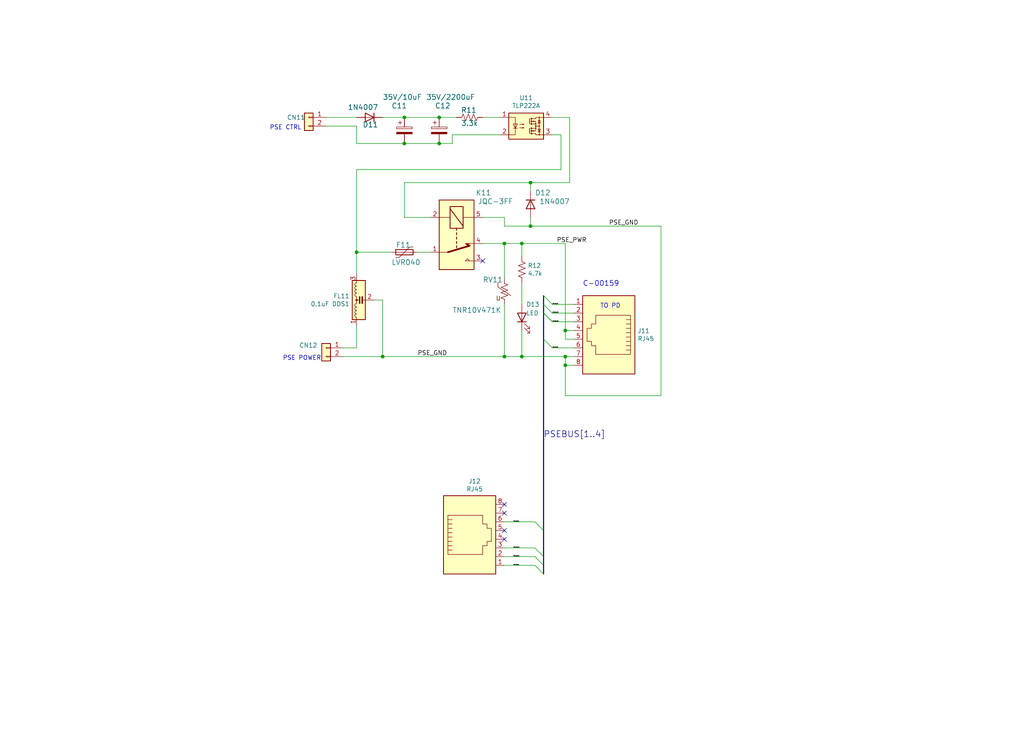
<source format=kicad_sch>
(kicad_sch (version 20230121) (generator eeschema)
  (paper "User" 299.06 220.243)
  (title_block (title "M800-NCxPoE-PSE") (date "2020-08-08") (rev "001") (comment 1 "Vcc=5V") (comment 2 "PSE SIDE"))
  (lib_symbols
    (symbol "002-rescue:CP-Device" (pin_numbers hide) (pin_names (offset 0.254))
      (property "Reference" "C" (at 0.635 2.54 0))
      (property "Value" "Device_CP" (at 0.635 -2.54 0))
      (symbol "CP-Device_0_1"
        (rectangle (start -2.286 0.508) (end 2.286 1.016))
        (polyline (pts (xy -1.778 2.286) (xy -0.762 2.286)))
        (polyline (pts (xy -1.27 2.794) (xy -1.27 1.778)))
        (rectangle (start 2.286 -0.508) (end -2.286 -1.016) (fill (type outline)))
      )
      (symbol "CP-Device_1_1"
        (pin passive line (at 0 3.81 270) (length 2.794) (name "~") (number "1"))
        (pin passive line (at 0 -3.81 90) (length 2.794) (name "~") (number "2"))
      )
    )
    (symbol "002-rescue:EMI_Filter_LCL-Device" (pin_names (offset 0.254) hide)
      (property "Reference" "FL" (at 0 6.985 0))
      (property "Value" "Device_EMI_Filter_LCL" (at 0 5.08 0))
      (symbol "EMI_Filter_LCL-Device_0_1"
        (rectangle (start -5.715 3.81) (end 5.715 0) (stroke (width 0.254)) (fill (type background)))
        (arc (start -4.064 2.54) (mid -4.572 3.0458) (end -5.08 2.54))
        (arc (start -3.048 2.54) (mid -3.556 3.0458) (end -4.064 2.54))
        (arc (start -2.032 2.54) (mid -2.54 3.0458) (end -3.048 2.54))
        (rectangle (start -1.016 0.762) (end 1.016 1.016) (fill (type outline)))
        (arc (start -1.016 2.54) (mid -1.524 3.0458) (end -2.032 2.54))
        (polyline (pts (xy -1.016 2.54) (xy 1.016 2.54)))
        (polyline (pts (xy 0 0.762) (xy 0 0)))
        (polyline (pts (xy 0 2.54) (xy 0 1.778)))
        (circle (center 0 2.54) (radius 0.254) (fill (type outline)))
        (rectangle (start 1.016 1.524) (end -1.016 1.778) (fill (type outline)))
        (arc (start 2.032 2.54) (mid 1.524 3.0458) (end 1.016 2.54))
        (arc (start 3.048 2.54) (mid 2.54 3.0458) (end 2.032 2.54))
        (arc (start 4.064 2.54) (mid 3.556 3.0458) (end 3.048 2.54))
        (arc (start 5.08 2.54) (mid 4.572 3.0458) (end 4.064 2.54))
      )
      (symbol "EMI_Filter_LCL-Device_1_1"
        (pin passive line (at -7.62 2.54 0) (length 2.54) (name "1") (number "1"))
        (pin passive line (at 0 -2.54 90) (length 2.54) (name "2") (number "2"))
        (pin passive line (at 7.62 2.54 180) (length 2.54) (name "3") (number "3"))
      )
    )
    (symbol "Connector:RJ45" (pin_names (offset 1.016))
      (property "Reference" "J" (at -5.08 13.97 0))
      (property "Value" "RJ45" (at 2.54 13.97 0))
      (symbol "RJ45_0_1"
        (polyline (pts (xy -5.08 4.445) (xy -6.35 4.445)))
        (polyline (pts (xy -5.08 5.715) (xy -6.35 5.715)))
        (polyline (pts (xy -6.35 -3.175) (xy -5.08 -3.175) (xy -5.08 -3.175)))
        (polyline (pts (xy -6.35 -1.905) (xy -5.08 -1.905) (xy -5.08 -1.905)))
        (polyline (pts (xy -6.35 -0.635) (xy -5.08 -0.635) (xy -5.08 -0.635)))
        (polyline (pts (xy -6.35 0.635) (xy -5.08 0.635) (xy -5.08 0.635)))
        (polyline (pts (xy -6.35 1.905) (xy -5.08 1.905) (xy -5.08 1.905)))
        (polyline (pts (xy -5.08 3.175) (xy -6.35 3.175) (xy -6.35 3.175)))
        (polyline (pts (xy -6.35 -4.445) (xy -6.35 6.985) (xy 3.81 6.985) (xy 3.81 4.445) (xy 5.08 4.445) (xy 5.08 3.175) (xy 6.35 3.175) (xy 6.35 -0.635) (xy 5.08 -0.635) (xy 5.08 -1.905) (xy 3.81 -1.905) (xy 3.81 -4.445) (xy -6.35 -4.445) (xy -6.35 -4.445)))
        (rectangle (start 7.62 12.7) (end -7.62 -10.16) (stroke (width 0.254)) (fill (type background)))
      )
      (symbol "RJ45_1_1"
        (pin passive line (at 10.16 -7.62 180) (length 2.54) (name "~") (number "1"))
        (pin passive line (at 10.16 -5.08 180) (length 2.54) (name "~") (number "2"))
        (pin passive line (at 10.16 -2.54 180) (length 2.54) (name "~") (number "3"))
        (pin passive line (at 10.16 0 180) (length 2.54) (name "~") (number "4"))
        (pin passive line (at 10.16 2.54 180) (length 2.54) (name "~") (number "5"))
        (pin passive line (at 10.16 5.08 180) (length 2.54) (name "~") (number "6"))
        (pin passive line (at 10.16 7.62 180) (length 2.54) (name "~") (number "7"))
        (pin passive line (at 10.16 10.16 180) (length 2.54) (name "~") (number "8"))
      )
    )
    (symbol "Connector_Generic:Conn_01x02" (pin_names (offset 1.016) hide)
      (property "Reference" "J" (at 0 2.54 0))
      (property "Value" "Conn_01x02" (at 0 -5.08 0))
      (symbol "Conn_01x02_1_1"
        (rectangle (start -1.27 -2.413) (end 0 -2.667) (stroke (width 0.1524)))
        (rectangle (start -1.27 0.127) (end 0 -0.127) (stroke (width 0.1524)))
        (rectangle (start -1.27 1.27) (end 1.27 -3.81) (stroke (width 0.254)) (fill (type background)))
        (pin passive line (at -5.08 0 0) (length 3.81) (name "Pin_1") (number "1"))
        (pin passive line (at -5.08 -2.54 0) (length 3.81) (name "Pin_2") (number "2"))
      )
    )
    (symbol "Device:LED" (pin_numbers hide) (pin_names (offset 1.016) hide)
      (property "Reference" "D" (at 0 2.54 0))
      (property "Value" "LED" (at 0 -2.54 0))
      (symbol "LED_0_1"
        (polyline (pts (xy -1.27 -1.27) (xy -1.27 1.27)) (stroke (width 0.254)))
        (polyline (pts (xy -1.27 0) (xy 1.27 0)))
        (polyline (pts (xy 1.27 -1.27) (xy 1.27 1.27) (xy -1.27 0) (xy 1.27 -1.27)) (stroke (width 0.254)))
        (polyline (pts (xy -3.048 -0.762) (xy -4.572 -2.286) (xy -3.81 -2.286) (xy -4.572 -2.286) (xy -4.572 -1.524)))
        (polyline (pts (xy -1.778 -0.762) (xy -3.302 -2.286) (xy -2.54 -2.286) (xy -3.302 -2.286) (xy -3.302 -1.524)))
      )
      (symbol "LED_1_1"
        (pin passive line (at -3.81 0 0) (length 2.54) (name "K") (number "1"))
        (pin passive line (at 3.81 0 180) (length 2.54) (name "A") (number "2"))
      )
    )
    (symbol "Device:Polyfuse" (pin_numbers hide) (pin_names (offset 0))
      (property "Reference" "F" (at -2.54 0 90))
      (property "Value" "Polyfuse" (at 2.54 0 90))
      (symbol "Polyfuse_0_1"
        (rectangle (start -0.762 2.54) (end 0.762 -2.54) (stroke (width 0.254)))
        (polyline (pts (xy 0 2.54) (xy 0 -2.54)))
        (polyline (pts (xy -1.524 2.54) (xy -1.524 1.524) (xy 1.524 -1.524) (xy 1.524 -2.54)))
      )
      (symbol "Polyfuse_1_1"
        (pin passive line (at 0 3.81 270) (length 1.27) (name "~") (number "1"))
        (pin passive line (at 0 -3.81 90) (length 1.27) (name "~") (number "2"))
      )
    )
    (symbol "Device:R_US" (pin_numbers hide) (pin_names (offset 0))
      (property "Reference" "R" (at 2.54 0 90))
      (property "Value" "R_US" (at -2.54 0 90))
      (symbol "R_US_0_1"
        (polyline (pts (xy 0 -2.286) (xy 0 -2.54)))
        (polyline (pts (xy 0 2.286) (xy 0 2.54)))
        (polyline (pts (xy 0 -0.762) (xy 1.016 -1.143) (xy 0 -1.524) (xy -1.016 -1.905) (xy 0 -2.286)))
        (polyline (pts (xy 0 0.762) (xy 1.016 0.381) (xy 0 0) (xy -1.016 -0.381) (xy 0 -0.762)))
        (polyline (pts (xy 0 2.286) (xy 1.016 1.905) (xy 0 1.524) (xy -1.016 1.143) (xy 0 0.762)))
      )
      (symbol "R_US_1_1"
        (pin passive line (at 0 3.81 270) (length 1.27) (name "~") (number "1"))
        (pin passive line (at 0 -3.81 90) (length 1.27) (name "~") (number "2"))
      )
    )
    (symbol "Device:Varistor_US" (pin_numbers hide) (pin_names (offset 0))
      (property "Reference" "RV" (at 3.175 0 90))
      (property "Value" "Varistor_US" (at -3.175 0 90))
      (symbol "Varistor_US_0_0"
        (text "U" (at -1.778 -2.032 0) (effects (font (size 1.27 1.27))))
      )
      (symbol "Varistor_US_0_1"
        (polyline (pts (xy 0 -2.286) (xy 0 -2.54)))
        (polyline (pts (xy 0 2.286) (xy 0 2.54)))
        (polyline (pts (xy -1.905 2.54) (xy -1.905 1.27) (xy 1.905 -1.27)))
        (polyline (pts (xy 0 -0.762) (xy 1.016 -1.143) (xy 0 -1.524) (xy -1.016 -1.905) (xy 0 -2.286)))
        (polyline (pts (xy 0 0.762) (xy 1.016 0.381) (xy 0 0) (xy -1.016 -0.381) (xy 0 -0.762)))
        (polyline (pts (xy 0 2.286) (xy 1.016 1.905) (xy 0 1.524) (xy -1.016 1.143) (xy 0 0.762)))
      )
      (symbol "Varistor_US_1_1"
        (pin passive line (at 0 3.81 270) (length 1.27) (name "~") (number "1"))
        (pin passive line (at 0 -3.81 90) (length 1.27) (name "~") (number "2"))
      )
    )
    (symbol "Diode:1N4007" (pin_numbers hide) (pin_names hide)
      (property "Reference" "D" (at 0 2.54 0))
      (property "Value" "1N4007" (at 0 -2.54 0))
      (symbol "1N4007_0_1"
        (polyline (pts (xy -1.27 1.27) (xy -1.27 -1.27)) (stroke (width 0.254)))
        (polyline (pts (xy 1.27 0) (xy -1.27 0)))
        (polyline (pts (xy 1.27 1.27) (xy 1.27 -1.27) (xy -1.27 0) (xy 1.27 1.27)) (stroke (width 0.254)))
      )
      (symbol "1N4007_1_1"
        (pin passive line (at -3.81 0 0) (length 2.54) (name "K") (number "1"))
        (pin passive line (at 3.81 0 180) (length 2.54) (name "A") (number "2"))
      )
    )
    (symbol "Relay:G5LE-1"
      (property "Reference" "K" (at 11.43 3.81 0))
      (property "Value" "G5LE-1" (at 11.43 1.27 0))
      (symbol "G5LE-1_0_0"
        (polyline (pts (xy 7.62 5.08) (xy 7.62 2.54) (xy 6.985 3.175) (xy 7.62 3.81)))
      )
      (symbol "G5LE-1_0_1"
        (rectangle (start -10.16 5.08) (end 10.16 -5.08) (stroke (width 0.254)) (fill (type background)))
        (rectangle (start -8.255 1.905) (end -1.905 -1.905) (stroke (width 0.254)))
        (polyline (pts (xy -7.62 -1.905) (xy -2.54 1.905)) (stroke (width 0.254)))
        (polyline (pts (xy -5.08 -5.08) (xy -5.08 -1.905)))
        (polyline (pts (xy -5.08 5.08) (xy -5.08 1.905)))
        (polyline (pts (xy -1.905 0) (xy -1.27 0)) (stroke (width 0.254)))
        (polyline (pts (xy -0.635 0) (xy 0 0)) (stroke (width 0.254)))
        (polyline (pts (xy 0.635 0) (xy 1.27 0)) (stroke (width 0.254)))
        (polyline (pts (xy 1.905 0) (xy 2.54 0)) (stroke (width 0.254)))
        (polyline (pts (xy 3.175 0) (xy 3.81 0)) (stroke (width 0.254)))
        (polyline (pts (xy 5.08 -2.54) (xy 3.175 3.81)) (stroke (width 0.508)))
        (polyline (pts (xy 5.08 -2.54) (xy 5.08 -5.08)))
        (polyline (pts (xy 2.54 5.08) (xy 2.54 2.54) (xy 3.175 3.175) (xy 2.54 3.81)) (fill (type outline)))
      )
      (symbol "G5LE-1_1_1"
        (pin passive line (at 5.08 -7.62 90) (length 2.54) (name "~") (number "1"))
        (pin passive line (at -5.08 -7.62 90) (length 2.54) (name "~") (number "2"))
        (pin passive line (at 7.62 7.62 270) (length 2.54) (name "~") (number "3"))
        (pin passive line (at 2.54 7.62 270) (length 2.54) (name "~") (number "4"))
        (pin passive line (at -5.08 7.62 270) (length 2.54) (name "~") (number "5"))
      )
    )
    (symbol "Relay_SolidState:TLP222A"
      (property "Reference" "U" (at -5.08 5.08 0))
      (property "Value" "TLP222A" (at 0 5.08 0))
      (symbol "TLP222A_0_1"
        (rectangle (start -5.08 3.81) (end 5.08 -3.81) (stroke (width 0.254)) (fill (type background)))
        (polyline (pts (xy -3.81 -0.635) (xy -2.54 -0.635)))
        (polyline (pts (xy 1.016 -0.635) (xy 1.016 -2.159)) (stroke (width 0.2032)))
        (polyline (pts (xy 1.016 2.159) (xy 1.016 0.635)) (stroke (width 0.2032)))
        (polyline (pts (xy 1.524 -0.508) (xy 1.524 -0.762)) (stroke (width 0.3556)))
        (polyline (pts (xy 2.794 0) (xy 3.81 0)))
        (polyline (pts (xy 3.429 -1.651) (xy 4.191 -1.651)))
        (polyline (pts (xy 3.429 1.651) (xy 4.191 1.651)))
        (polyline (pts (xy 3.81 -2.54) (xy 3.81 2.54)))
        (polyline (pts (xy 1.524 -2.032) (xy 1.524 -2.286) (xy 1.524 -2.286)) (stroke (width 0.3556)))
        (polyline (pts (xy 1.524 -1.27) (xy 1.524 -1.524) (xy 1.524 -1.524)) (stroke (width 0.3556)))
        (polyline (pts (xy 1.524 0.762) (xy 1.524 0.508) (xy 1.524 0.508)) (stroke (width 0.3556)))
        (polyline (pts (xy 1.524 1.524) (xy 1.524 1.27) (xy 1.524 1.27)) (stroke (width 0.3556)))
        (polyline (pts (xy 1.524 2.286) (xy 1.524 2.032) (xy 1.524 2.032)) (stroke (width 0.3556)))
        (polyline (pts (xy 1.651 -1.397) (xy 2.794 -1.397) (xy 2.794 -0.635)))
        (polyline (pts (xy 1.651 1.397) (xy 2.794 1.397) (xy 2.794 0.635)))
        (polyline (pts (xy -5.08 2.54) (xy -3.175 2.54) (xy -3.175 -2.54) (xy -5.08 -2.54)))
        (polyline (pts (xy -3.175 -0.635) (xy -3.81 0.635) (xy -2.54 0.635) (xy -3.175 -0.635)))
        (polyline (pts (xy 1.651 -2.159) (xy 2.794 -2.159) (xy 2.794 -2.54) (xy 5.08 -2.54)))
        (polyline (pts (xy 1.651 -0.635) (xy 2.794 -0.635) (xy 2.794 0.635) (xy 1.651 0.635)))
        (polyline (pts (xy 1.651 2.159) (xy 2.794 2.159) (xy 2.794 2.54) (xy 5.08 2.54)))
        (polyline (pts (xy 1.778 -1.397) (xy 2.286 -1.27) (xy 2.286 -1.524) (xy 1.778 -1.397)))
        (polyline (pts (xy 1.778 1.397) (xy 2.286 1.524) (xy 2.286 1.27) (xy 1.778 1.397)))
        (polyline (pts (xy 3.81 -1.651) (xy 3.429 -0.889) (xy 4.191 -0.889) (xy 3.81 -1.651)))
        (polyline (pts (xy 3.81 1.651) (xy 3.429 0.889) (xy 4.191 0.889) (xy 3.81 1.651)))
        (polyline (pts (xy -1.905 -0.508) (xy -0.635 -0.508) (xy -1.016 -0.635) (xy -1.016 -0.381) (xy -0.635 -0.508)))
        (polyline (pts (xy -1.905 0.508) (xy -0.635 0.508) (xy -1.016 0.381) (xy -1.016 0.635) (xy -0.635 0.508)))
        (circle (center 2.794 -0.635) (radius 0.127))
        (circle (center 2.794 0) (radius 0.127))
        (circle (center 2.794 0.635) (radius 0.127))
        (circle (center 3.81 -2.54) (radius 0.127))
        (circle (center 3.81 0) (radius 0.127))
        (circle (center 3.81 2.54) (radius 0.127))
      )
      (symbol "TLP222A_1_1"
        (pin passive line (at -7.62 2.54 0) (length 2.54) (name "~") (number "1"))
        (pin passive line (at -7.62 -2.54 0) (length 2.54) (name "~") (number "2"))
        (pin passive line (at 7.62 -2.54 180) (length 2.54) (name "~") (number "3"))
        (pin passive line (at 7.62 2.54 180) (length 2.54) (name "~") (number "4"))
      )
    )
  )
  (junction (at 118.11 41.91))
  (junction (at 154.94 66.04))
  (junction (at 152.4 104.14))
  (junction (at 152.4 71.12))
  (junction (at 128.27 41.91))
  (junction (at 118.11 34.29))
  (junction (at 111.76 104.14))
  (junction (at 104.14 73.66))
  (junction (at 165.1 104.14))
  (junction (at 154.94 53.34))
  (junction (at 165.1 106.68))
  (junction (at 147.32 71.12))
  (junction (at 128.27 34.29))
  (junction (at 165.1 96.52))
  (junction (at 147.32 104.14))
  (no_connect (at 147.32 147.32))
  (no_connect (at 147.32 157.48))
  (no_connect (at 147.32 149.86))
  (no_connect (at 147.32 154.94))
  (no_connect (at 54.61 -73.66))
  (no_connect (at 140.97 76.2))
  (bus_entry (at 158.75 99.06) (size 2.54 2.54))
  (bus_entry (at 158.75 86.36) (size 2.54 2.54))
  (bus_entry (at 158.75 91.44) (size 2.54 2.54))
  (bus_entry (at 156.21 160.02) (size 2.54 2.54))
  (bus_entry (at 156.21 152.4) (size 2.54 2.54))
  (bus_entry (at 156.21 162.56) (size 2.54 2.54))
  (bus_entry (at 156.21 165.1) (size 2.54 2.54))
  (bus_entry (at 158.75 91.44) (size 2.54 2.54))
  (bus_entry (at 158.75 88.9) (size 2.54 2.54))
  (wire (pts (xy 166.37 53.34) (xy 166.37 34.29)))
  (wire (pts (xy 104.14 49.53) (xy 104.14 73.66)))
  (bus (pts (xy 158.75 91.44) (xy 158.75 99.06)))
  (wire (pts (xy 104.14 101.6) (xy 100.33 101.6)))
  (wire (pts (xy 132.08 41.91) (xy 128.27 41.91)))
  (wire (pts (xy 128.27 34.29) (xy 118.11 34.29)))
  (wire (pts (xy 147.32 152.4) (xy 156.21 152.4)))
  (wire (pts (xy 165.1 115.57) (xy 165.1 106.68)))
  (wire (pts (xy 104.14 95.25) (xy 104.14 101.6)))
  (wire (pts (xy 147.32 165.1) (xy 156.21 165.1)))
  (wire (pts (xy 167.64 93.98) (xy 161.29 93.98)))
  (wire (pts (xy 128.27 41.91) (xy 118.11 41.91)))
  (wire (pts (xy 166.37 34.29) (xy 161.29 34.29)))
  (wire (pts (xy 152.4 71.12) (xy 165.1 71.12)))
  (wire (pts (xy 146.05 34.29) (xy 140.97 34.29)))
  (wire (pts (xy 152.4 96.52) (xy 152.4 104.14)))
  (bus (pts (xy 158.75 99.06) (xy 158.75 154.94)))
  (wire (pts (xy 165.1 106.68) (xy 167.64 106.68)))
  (wire (pts (xy 165.1 104.14) (xy 165.1 106.68)))
  (wire (pts (xy 161.29 39.37) (xy 163.83 39.37)))
  (wire (pts (xy 147.32 71.12) (xy 152.4 71.12)))
  (wire (pts (xy 167.64 88.9) (xy 161.29 88.9)))
  (wire (pts (xy 165.1 99.06) (xy 165.1 96.52)))
  (wire (pts (xy 133.35 34.29) (xy 128.27 34.29)))
  (wire (pts (xy 118.11 34.29) (xy 111.76 34.29)))
  (wire (pts (xy 100.33 104.14) (xy 111.76 104.14)))
  (wire (pts (xy 193.04 115.57) (xy 165.1 115.57)))
  (wire (pts (xy 163.83 39.37) (xy 163.83 49.53)))
  (wire (pts (xy 140.97 63.5) (xy 147.32 63.5)))
  (wire (pts (xy 147.32 81.28) (xy 147.32 71.12)))
  (wire (pts (xy 147.32 63.5) (xy 147.32 66.04)))
  (bus (pts (xy 158.75 165.1) (xy 158.75 167.64)))
  (wire (pts (xy 154.94 66.04) (xy 193.04 66.04)))
  (wire (pts (xy 167.64 99.06) (xy 165.1 99.06)))
  (wire (pts (xy 104.14 73.66) (xy 104.14 80.01)))
  (bus (pts (xy 158.75 154.94) (xy 158.75 162.56)))
  (wire (pts (xy 125.73 63.5) (xy 118.11 63.5)))
  (wire (pts (xy 147.32 66.04) (xy 154.94 66.04)))
  (wire (pts (xy 154.94 53.34) (xy 166.37 53.34)))
  (wire (pts (xy 167.64 91.44) (xy 161.29 91.44)))
  (wire (pts (xy 140.97 71.12) (xy 147.32 71.12)))
  (wire (pts (xy 118.11 63.5) (xy 118.11 53.34)))
  (wire (pts (xy 104.14 36.83) (xy 95.25 36.83)))
  (wire (pts (xy 132.08 39.37) (xy 132.08 41.91)))
  (wire (pts (xy 111.76 104.14) (xy 147.32 104.14)))
  (wire (pts (xy 193.04 66.04) (xy 193.04 115.57)))
  (wire (pts (xy 167.64 101.6) (xy 161.29 101.6)))
  (wire (pts (xy 147.32 160.02) (xy 156.21 160.02)))
  (wire (pts (xy 109.22 87.63) (xy 111.76 87.63)))
  (wire (pts (xy 165.1 104.14) (xy 167.64 104.14)))
  (bus (pts (xy 158.75 86.36) (xy 158.75 88.9)))
  (wire (pts (xy 118.11 53.34) (xy 154.94 53.34)))
  (wire (pts (xy 111.76 87.63) (xy 111.76 104.14)))
  (wire (pts (xy 146.05 39.37) (xy 132.08 39.37)))
  (wire (pts (xy 152.4 74.93) (xy 152.4 71.12)))
  (bus (pts (xy 158.75 88.9) (xy 158.75 91.44)))
  (wire (pts (xy 165.1 96.52) (xy 165.1 71.12)))
  (wire (pts (xy 104.14 41.91) (xy 104.14 36.83)))
  (wire (pts (xy 147.32 162.56) (xy 156.21 162.56)))
  (wire (pts (xy 154.94 63.5) (xy 154.94 66.04)))
  (wire (pts (xy 114.3 73.66) (xy 104.14 73.66)))
  (wire (pts (xy 167.64 96.52) (xy 165.1 96.52)))
  (wire (pts (xy 121.92 73.66) (xy 125.73 73.66)))
  (wire (pts (xy 147.32 104.14) (xy 152.4 104.14)))
  (wire (pts (xy 154.94 55.88) (xy 154.94 53.34)))
  (bus (pts (xy 158.75 162.56) (xy 158.75 165.1)))
  (wire (pts (xy 118.11 41.91) (xy 104.14 41.91)))
  (wire (pts (xy 163.83 49.53) (xy 104.14 49.53)))
  (wire (pts (xy 147.32 88.9) (xy 147.32 104.14)))
  (wire (pts (xy 152.4 82.55) (xy 152.4 88.9)))
  (wire (pts (xy 152.4 104.14) (xy 165.1 104.14)))
  (wire (pts (xy 95.25 34.29) (xy 104.14 34.29)))
  (text "PSE POWER" (at 82.55 105.41 0) (effects (font (size 1.27 1.27)) (justify left bottom)))
  (text "TO PD" (at 175.26 90.17 0) (effects (font (size 1.27 1.27)) (justify left bottom)))
  (text "PSE CTRL" (at 78.74 38.1 0) (effects (font (size 1.27 1.27)) (justify left bottom)))
  (text "C-00159" (at 170.18 83.82 0) (effects (font (size 1.4986 1.4986)) (justify left bottom)))
  (label "PSEBUS3" (at 149.86 160.02 0) (effects (font (size 0.254 0.254))))
  (label "PSEBUS1" (at 149.86 165.1 0) (effects (font (size 0.254 0.254))))
  (label "PSEBUS4" (at 149.86 152.4 0) (effects (font (size 0.254 0.254))))
  (label "PSEBUS[1..4]" (at 158.75 128.27 0) (effects (font (size 1.778 1.778))))
  (label "PSEBUS3" (at 161.29 93.98 0) (effects (font (size 0.254 0.254))))
  (label "PSE_GND" (at 121.92 104.14 0))
  (label "PSEBUS2" (at 149.86 162.56 0) (effects (font (size 0.254 0.254))))
  (label "PSEBUS2" (at 161.29 91.44 0) (effects (font (size 0.254 0.254))))
  (label "PSEBUS1" (at 161.29 88.9 0) (effects (font (size 0.254 0.254))))
  (label "PSE_PWR" (at 162.56 71.12 0))
  (label "PSE_GND" (at 177.8 66.04 0))
  (label "PSEBUS4" (at 161.29 101.6 0) (effects (font (size 0.254 0.254))))
  (symbol (lib_id "Device:Varistor_US") (at 147.32 85.09 0) (unit 1)
    (property "Reference" "RV11" (at 140.97 82.55 0) (effects (font (size 1.4986 1.4986)) (justify left bottom)))
    (property "Value" "TNR10V471K" (at 132.08 91.44 0) (effects (font (size 1.4986 1.4986)) (justify left bottom)))
    (property "Footprint" "Varistor:RV_Disc_D12mm_W3.9mm_P7.5mm" (effects hide))
  )
  (symbol (lib_id "002-rescue:EMI_Filter_LCL-Device") (at 106.68 87.63 90) (unit 1)
    (property "Reference" "FL11" (at 102.108 86.4616 90) (effects (justify left)))
    (property "Value" "0.1uF DDS1" (at 102.108 88.773 90) (effects (justify left)))
    (property "Footprint" "HOLLY:DSS1" (effects hide))
    (property "Datasheet" "http://www.murata.com/~/media/webrenewal/support/library/catalog/products/emc/emifil/c31e.ashx?la=en-gb" (effects hide))
  )
  (symbol (lib_id "Device:R_US") (at 152.4 78.74 0) (unit 1)
    (property "Reference" "R12" (at 154.1272 77.5716 0) (effects (justify left)))
    (property "Value" "4.7k" (at 154.1272 79.883 0) (effects (justify left)))
    (property "Footprint" "Resistor_THT:R_Axial_DIN0207_L6.3mm_D2.5mm_P10.16mm_Horizontal" (effects hide))
  )
  (symbol (lib_id "Device:LED") (at 152.4 92.71 90) (unit 1)
    (property "Reference" "D13" (at 153.67 88.9 90) (effects (justify right)))
    (property "Value" "LED" (at 153.67 91.44 90) (effects (justify right)))
    (property "Footprint" "LED_THT:LED_D3.0mm" (effects hide))
  )
  (symbol (lib_id "Connector:RJ45") (at 177.8 96.52 180) (unit 1)
    (property "Reference" "J11" (at 186.182 96.6216 0) (effects (justify right)))
    (property "Value" "RJ45" (at 186.182 98.933 0) (effects (justify right)))
    (property "Footprint" "HOLLY:RJ45_Neltron_7810-8P8C" (effects hide))
  )
  (symbol (lib_id "Connector:RJ45") (at 137.16 157.48 0) (unit 1)
    (property "Reference" "J12" (at 138.6078 140.5382 0))
    (property "Value" "RJ45" (at 138.6078 142.8496 0))
    (property "Footprint" "HOLLY:RJ45_Neltron_7810-8P8C" (effects hide))
  )
  (symbol (lib_id "Device:R_US") (at 137.16 34.29 270) (unit 1)
    (property "Reference" "R11" (at 134.62 33.02 90) (effects (font (size 1.4986 1.4986)) (justify left bottom)))
    (property "Value" "3.3k" (at 134.62 36.83 90) (effects (font (size 1.4986 1.4986)) (justify left bottom)))
    (property "Footprint" "Resistor_THT:R_Axial_DIN0207_L6.3mm_D2.5mm_P10.16mm_Horizontal" (effects hide))
  )
  (symbol (lib_id "Diode:1N4007") (at 107.95 34.29 180) (unit 1)
    (property "Reference" "D11" (at 110.49 35.56 0) (effects (font (size 1.4986 1.4986)) (justify left bottom)))
    (property "Value" "1N4007" (at 110.49 30.48 0) (effects (font (size 1.4986 1.4986)) (justify left bottom)))
    (property "Footprint" "Diode_THT:D_DO-41_SOD81_P10.16mm_Horizontal" (effects hide))
  )
  (symbol (lib_id "002-rescue:CP-Device") (at 128.27 38.1 0) (unit 1)
    (property "Reference" "C12" (at 127 31.75 0) (effects (font (size 1.4986 1.4986)) (justify left bottom)))
    (property "Value" "35V/2200uF" (at 124.46 29.21 0) (effects (font (size 1.4986 1.4986)) (justify left bottom)))
    (property "Footprint" "Capacitor_THT:CP_Radial_D16.0mm_P7.50mm" (effects hide))
  )
  (symbol (lib_id "Diode:1N4007") (at 154.94 59.69 270) (unit 1)
    (property "Reference" "D12" (at 156.21 57.15 90) (effects (font (size 1.4986 1.4986)) (justify left bottom)))
    (property "Value" "1N4007" (at 157.48 59.69 90) (effects (font (size 1.4986 1.4986)) (justify left bottom)))
    (property "Footprint" "Diode_THT:D_DO-41_SOD81_P10.16mm_Horizontal" (effects hide))
  )
  (symbol (lib_id "Relay_SolidState:TLP222A") (at 153.67 36.83 0) (unit 1)
    (property "Reference" "U11" (at 153.67 28.575 0))
    (property "Value" "TLP222A" (at 153.67 30.8864 0))
    (property "Footprint" "Package_DIP:DIP-4_W7.62mm" (effects hide))
    (property "Datasheet" "https://toshiba.semicon-storage.com/info/docget.jsp?did=17036&prodName=TLP222A" (effects hide))
  )
  (symbol (lib_id "002-rescue:CP-Device") (at 118.11 38.1 0) (unit 1)
    (property "Reference" "C11" (at 114.3 31.75 0) (effects (font (size 1.4986 1.4986)) (justify left bottom)))
    (property "Value" "35V/10uF" (at 111.76 29.21 0) (effects (font (size 1.4986 1.4986)) (justify left bottom)))
    (property "Footprint" "Capacitor_THT:C_Disc_D6.0mm_W2.5mm_P5.00mm" (effects hide))
  )
  (symbol (lib_id "Device:Polyfuse") (at 118.11 73.66 270) (unit 1)
    (property "Reference" "F11" (at 115.57 72.39 90) (effects (font (size 1.4986 1.4986)) (justify left bottom)))
    (property "Value" "LVR040" (at 114.3 77.47 90) (effects (font (size 1.4986 1.4986)) (justify left bottom)))
    (property "Footprint" "Fuse:Fuse_BelFuse_0ZRE0033FF_L11.4mm_W3.8mm" (effects hide))
    (property "Datasheet" "https://html.alldatasheet.jp/html-pdf/346655/MACOM/LVR040/149/1/LVR040.html" (effects hide))
  )
  (symbol (lib_id "Connector_Generic:Conn_01x02") (at 90.17 34.29 0) (mirror y) (unit 1)
    (property "Reference" "CN11" (at 89.154 35.052 0) (effects (font (size 1.2954 1.2954)) (justify left bottom)))
    (property "Value" "02-XH-A" (effects hide))
    (property "Footprint" "Connector_JST:JST_XH_B2B-XH-A_1x02_P2.50mm_Vertical" (effects hide))
  )
  (symbol (lib_id "Connector_Generic:Conn_01x02") (at 95.25 101.6 0) (mirror y) (unit 1)
    (property "Reference" "CN12" (at 92.71 101.6 0) (effects (font (size 1.2954 1.2954)) (justify left bottom)))
    (property "Value" "02-XH-A" (effects hide))
    (property "Footprint" "Connector_JST:JST_XH_B2B-XH-A_1x02_P2.50mm_Vertical" (effects hide))
  )
  (symbol (lib_id "Relay:G5LE-1") (at 133.35 68.58 270) (unit 1)
    (property "Reference" "K11" (at 143.51 57.15 90) (effects (font (size 1.4986 1.4986)) (justify right bottom)))
    (property "Value" "JQC-3FF" (at 149.86 59.69 90) (effects (font (size 1.4986 1.4986)) (justify right bottom)))
    (property "Footprint" "Relay_THT:Relay_SPDT_Omron-G5LE-1" (effects hide))
  )
)
</source>
